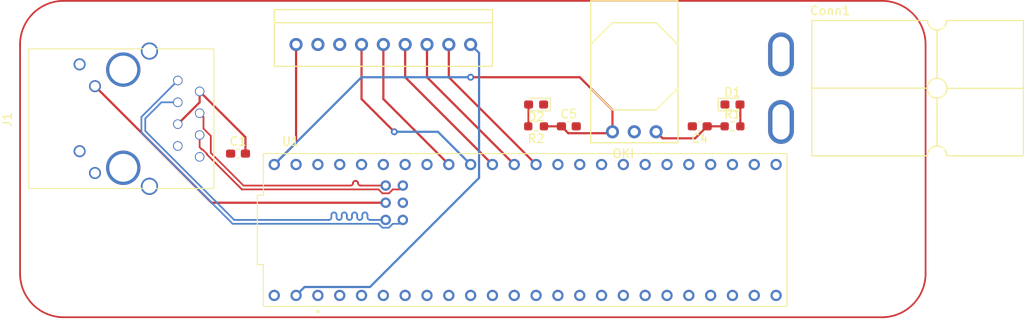
<source format=kicad_pcb>
(kicad_pcb (version 20221018) (generator pcbnew)
  (layers (0 "F.Cu" signal) (31 "B.Cu" signal) (34 "B.Paste" user) (35 "F.Paste" user) (36 "B.SilkS" user "B.Silkscreen") (37 "F.SilkS" user "F.Silkscreen") (38 "B.Mask" user) (39 "F.Mask" user) (44 "Edge.Cuts" user))
  (net 0 "")
  (net 1 "GND")
  (net 2 "Net-(C1-Pad2)")
  (net 3 "+12V")
  (net 4 "+3V3")
  (net 5 "EOS")
  (net 6 "TRG")
  (net 7 "START")
  (net 8 "CLK")
  (net 9 "VIDEO")
  (net 10 "WHITE_LED")
  (net 11 "Net-(D1-A)")
  (net 12 "Net-(D2-A)")
  (net 14 "LED")
  (net 16 "T+")
  (net 17 "T-")
  (net 19 "R+")
  (net 20 "R-")
  (footprint "LED_SMD:LED_0603_1608Metric_Pad1.05x0.95mm_HandSolder" (layer "F.Cu") (at 99.06 93.345 180)
    (fp_text reference "D2" (at 0 -1.43) (layer "F.SilkS"))
    (fp_text value "Green")
    (fp_line (start -1.66 -0.735) (end -1.66 0.735) (stroke (width 0.12)) (layer "F.SilkS"))
    (fp_line (start -1.66 0.735) (end 0.8 0.735) (stroke (width 0.12)) (layer "F.SilkS"))
    (fp_line (start 0.8 -0.735) (end -1.66 -0.735) (stroke (width 0.12)) (layer "F.SilkS"))
    (pad "1" smd roundrect (at -0.875 0 180) (size 1.05 0.95) (layers "F.Cu" "F.Paste" "F.Mask") (net 1 "GND"))
    (pad "2" smd roundrect (at 0.875 0 180) (size 1.05 0.95) (layers "F.Cu" "F.Paste" "F.Mask") (net 12 "Net-(D2-A)"))
  )
  (footprint "MRDT_Connectors:MOLEX_SL_09_Vertical" (layer "F.Cu") (at 71.12 86.36)
    (fp_text reference "Conn2" hide)
    (fp_text value "Molex_SL_09")
    (fp_line (start -2.54 -4.064) (end -2.54 -2.54) (stroke (width 0.15)) (layer "F.SilkS"))
    (fp_line (start -2.54 -2.54) (end 22.86 -2.54) (stroke (width 0.15)) (layer "F.SilkS"))
    (fp_line (start -2.54 2.54) (end -2.54 -2.54) (stroke (width 0.15)) (layer "F.SilkS"))
    (fp_line (start 22.86 -4.064) (end -2.54 -4.064) (stroke (width 0.15)) (layer "F.SilkS"))
    (fp_line (start 22.86 -2.54) (end 22.86 -4.064) (stroke (width 0.15)) (layer "F.SilkS"))
    (fp_line (start 22.86 2.54) (end -2.54 2.54) (stroke (width 0.15)) (layer "F.SilkS"))
    (fp_line (start 22.86 2.54) (end 22.86 -2.54) (stroke (width 0.15)) (layer "F.SilkS"))
    (pad "1" thru_hole circle (at 0 0) (size 1.524 1.524) (drill 0.9) (layers "*.Cu" "*.Mask") (net 4 "+3V3"))
    (pad "2" thru_hole circle (at 2.54 0) (size 1.524 1.524) (drill 0.9) (layers "*.Cu" "*.Mask") (net 1 "GND"))
    (pad "3" thru_hole circle (at 5.08 0) (size 1.524 1.524) (drill 0.9) (layers "*.Cu" "*.Mask") (net 1 "GND"))
    (pad "4" thru_hole circle (at 7.62 0) (size 1.524 1.524) (drill 0.9) (layers "*.Cu" "*.Mask") (net 5 "EOS"))
    (pad "5" thru_hole circle (at 10.16 0) (size 1.524 1.524) (drill 0.9) (layers "*.Cu" "*.Mask") (net 6 "TRG"))
    (pad "6" thru_hole circle (at 12.7 0) (size 1.524 1.524) (drill 0.9) (layers "*.Cu" "*.Mask") (net 7 "START"))
    (pad "7" thru_hole circle (at 15.24 0) (size 1.524 1.524) (drill 0.9) (layers "*.Cu" "*.Mask") (net 8 "CLK"))
    (pad "8" thru_hole circle (at 17.78 0) (size 1.524 1.524) (drill 0.9) (layers "*.Cu" "*.Mask") (net 9 "VIDEO"))
    (pad "9" thru_hole circle (at 20.32 0) (size 1.524 1.524) (drill 0.9) (layers "*.Cu" "*.Mask") (net 10 "WHITE_LED"))
  )
  (footprint "MRDT_Devices:OKI_Horizontal" (layer "F.Cu") (at 113.03 96.52 180)
    (fp_text reference "U3" hide)
    (fp_text value "OKI" (at 3.81 -2.54) (layer "F.SilkS"))
    (fp_line (start -2.54 -1.27) (end 7.62 -1.27) (stroke (width 0.15)) (layer "F.SilkS"))
    (fp_line (start -2.54 5.08) (end 0 2.54) (stroke (width 0.15)) (layer "F.SilkS"))
    (fp_line (start -2.54 10.16) (end -2.54 5.08) (stroke (width 0.15)) (layer "F.SilkS"))
    (fp_line (start -2.54 15.24) (end -2.54 -1.27) (stroke (width 0.15)) (layer "F.SilkS"))
    (fp_line (start -2.54 15.24) (end 7.62 15.24) (stroke (width 0.15)) (layer "F.SilkS"))
    (fp_line (start 0 2.54) (end 5.08 2.54) (stroke (width 0.15)) (layer "F.SilkS"))
    (fp_line (start 0 12.7) (end -2.54 10.16) (stroke (width 0.15)) (layer "F.SilkS"))
    (fp_line (start 5.08 2.54) (end 7.62 5.08) (stroke (width 0.15)) (layer "F.SilkS"))
    (fp_line (start 5.08 12.7) (end 0 12.7) (stroke (width 0.15)) (layer "F.SilkS"))
    (fp_line (start 7.62 -1.27) (end 7.62 15.24) (stroke (width 0.15)) (layer "F.SilkS"))
    (fp_line (start 7.62 5.08) (end 7.62 10.16) (stroke (width 0.15)) (layer "F.SilkS"))
    (fp_line (start 7.62 10.16) (end 5.08 12.7) (stroke (width 0.15)) (layer "F.SilkS"))
    (pad "1" thru_hole circle (at 0 0 180) (size 1.524 1.524) (drill 0.889) (layers "*.Cu" "*.Mask") (net 3 "+12V"))
    (pad "2" thru_hole circle (at 2.54 0 180) (size 1.524 1.524) (drill 0.889) (layers "*.Cu" "*.Mask") (net 1 "GND"))
    (pad "3" thru_hole circle (at 5.08 0 180) (size 1.524 1.524) (drill 0.889) (layers "*.Cu" "*.Mask") (net 4 "+3V3"))
  )
  (footprint "Resistor_SMD:R_0603_1608Metric_Pad0.98x0.95mm_HandSolder" (layer "F.Cu") (at 121.92 95.885)
    (fp_text reference "R1" (at 0 -1.43) (layer "F.SilkS"))
    (fp_text value "1000 Ω")
    (fp_line (start -0.254724 -0.5225) (end 0.254724 -0.5225) (stroke (width 0.12)) (layer "F.SilkS"))
    (fp_line (start -0.254724 0.5225) (end 0.254724 0.5225) (stroke (width 0.12)) (layer "F.SilkS"))
    (pad "1" smd roundrect (at -0.9125 0) (size 0.975 0.95) (layers "F.Cu" "F.Paste" "F.Mask") (net 3 "+12V"))
    (pad "2" smd roundrect (at 0.9125 0) (size 0.975 0.95) (layers "F.Cu" "F.Paste" "F.Mask") (net 11 "Net-(D1-A)"))
  )
  (footprint "LED_SMD:LED_0603_1608Metric_Pad1.05x0.95mm_HandSolder" (layer "F.Cu") (at 121.92 93.345)
    (fp_text reference "D1" (at 0 -1.43) (layer "F.SilkS"))
    (fp_text value "Green")
    (fp_line (start -1.66 -0.735) (end -1.66 0.735) (stroke (width 0.12)) (layer "F.SilkS"))
    (fp_line (start -1.66 0.735) (end 0.8 0.735) (stroke (width 0.12)) (layer "F.SilkS"))
    (fp_line (start 0.8 -0.735) (end -1.66 -0.735) (stroke (width 0.12)) (layer "F.SilkS"))
    (pad "1" smd roundrect (at -0.875 0) (size 1.05 0.95) (layers "F.Cu" "F.Paste" "F.Mask") (net 1 "GND"))
    (pad "2" smd roundrect (at 0.875 0) (size 1.05 0.95) (layers "F.Cu" "F.Paste" "F.Mask") (net 11 "Net-(D1-A)"))
  )
  (footprint "MRDT_Shields:Teensy_4_1_Ethernet" (layer "F.Cu") (at 97.79 107.95)
    (fp_text reference "U1" (at -27.305 -10.295) (layer "F.SilkS"))
    (fp_text value "Teensy4.1_DEV-16771")
    (fp_line (start -31.18 4.03) (end -31.18 -4.03) (stroke (width 0.127)) (layer "F.SilkS"))
    (fp_line (start -30.48 -8.89) (end -30.48 -4.03) (stroke (width 0.127)) (layer "F.SilkS"))
    (fp_line (start -30.48 -8.89) (end 30.48 -8.89) (stroke (width 0.127)) (layer "F.SilkS"))
    (fp_line (start -30.48 -4.03) (end -31.18 -4.03) (stroke (width 0.127)) (layer "F.SilkS"))
    (fp_line (start -30.48 4.03) (end -31.18 4.03) (stroke (width 0.127)) (layer "F.SilkS"))
    (fp_line (start -30.48 8.89) (end -30.48 4.03) (stroke (width 0.127)) (layer "F.SilkS"))
    (fp_line (start 30.48 -8.89) (end 30.48 8.89) (stroke (width 0.127)) (layer "F.SilkS"))
    (fp_line (start 30.48 8.89) (end -30.48 8.89) (stroke (width 0.127)) (layer "F.SilkS"))
    (fp_circle (center -24.13 9.5) (end -24.03 9.5) (stroke (width 0.2)) (fill none) (layer "F.SilkS"))
    (pad "0" thru_hole circle (at -26.67 7.62) (size 1.308 1.308) (drill 0.8) (layers "*.Cu" "*.Mask") (net 10 "WHITE_LED"))
    (pad "1" thru_hole circle (at -24.13 7.62) (size 1.308 1.308) (drill 0.8) (layers "*.Cu" "*.Mask"))
    (pad "2" thru_hole circle (at -21.59 7.62) (size 1.308 1.308) (drill 0.8) (layers "*.Cu" "*.Mask"))
    (pad "3" thru_hole circle (at -19.05 7.62) (size 1.308 1.308) (drill 0.8) (layers "*.Cu" "*.Mask"))
    (pad "3.3V_1" thru_hole circle (at 6.35 7.62) (size 1.308 1.308) (drill 0.8) (layers "*.Cu" "*.Mask"))
    (pad "3.3V_2" thru_hole circle (at -24.13 -7.62) (size 1.308 1.308) (drill 0.8) (layers "*.Cu" "*.Mask"))
    (pad "4" thru_hole circle (at -16.51 7.62) (size 1.308 1.308) (drill 0.8) (layers "*.Cu" "*.Mask"))
    (pad "5" thru_hole circle (at -13.97 7.62) (size 1.308 1.308) (drill 0.8) (layers "*.Cu" "*.Mask"))
    (pad "6" thru_hole circle (at -11.43 7.62) (size 1.308 1.308) (drill 0.8) (layers "*.Cu" "*.Mask"))
    (pad "7" thru_hole circle (at -8.89 7.62) (size 1.308 1.308) (drill 0.8) (layers "*.Cu" "*.Mask"))
    (pad "8" thru_hole circle (at -6.35 7.62) (size 1.308 1.308) (drill 0.8) (layers "*.Cu" "*.Mask"))
    (pad "9" thru_hole circle (at -3.81 7.62) (size 1.308 1.308) (drill 0.8) (layers "*.Cu" "*.Mask"))
    (pad "10" thru_hole circle (at -1.27 7.62) (size 1.308 1.308) (drill 0.8) (layers "*.Cu" "*.Mask"))
    (pad "11" thru_hole circle (at 1.27 7.62) (size 1.308 1.308) (drill 0.8) (layers "*.Cu" "*.Mask"))
    (pad "12" thru_hole circle (at 3.81 7.62) (size 1.308 1.308) (drill 0.8) (layers "*.Cu" "*.Mask"))
    (pad "13" thru_hole circle (at 3.81 -7.62) (size 1.308 1.308) (drill 0.8) (layers "*.Cu" "*.Mask"))
    (pad "14" thru_hole circle (at 1.27 -7.62) (size 1.308 1.308) (drill 0.8) (layers "*.Cu" "*.Mask") (net 9 "VIDEO"))
    (pad "15" thru_hole circle (at -1.27 -7.62) (size 1.308 1.308) (drill 0.8) (layers "*.Cu" "*.Mask") (net 8 "CLK"))
    (pad "16" thru_hole circle (at -3.81 -7.62) (size 1.308 1.308) (drill 0.8) (layers "*.Cu" "*.Mask") (net 7 "START"))
    (pad "17" thru_hole circle (at -6.35 -7.62) (size 1.308 1.308) (drill 0.8) (layers "*.Cu" "*.Mask") (net 5 "EOS"))
    (pad "18" thru_hole circle (at -8.89 -7.62) (size 1.308 1.308) (drill 0.8) (layers "*.Cu" "*.Mask") (net 6 "TRG"))
    (pad "19" thru_hole circle (at -11.43 -7.62) (size 1.308 1.308) (drill 0.8) (layers "*.Cu" "*.Mask"))
    (pad "20" thru_hole circle (at -13.97 -7.62) (size 1.308 1.308) (drill 0.8) (layers "*.Cu" "*.Mask"))
    (pad "21" thru_hole circle (at -16.51 -7.62) (size 1.308 1.308) (drill 0.8) (layers "*.Cu" "*.Mask"))
    (pad "22" thru_hole circle (at -19.05 -7.62) (size 1.308 1.308) (drill 0.8) (layers "*.Cu" "*.Mask"))
    (pad "23" thru_hole circle (at -21.59 -7.62) (size 1.308 1.308) (drill 0.8) (layers "*.Cu" "*.Mask"))
    (pad "24" thru_hole circle (at 8.89 7.62) (size 1.308 1.308) (drill 0.8) (layers "*.Cu" "*.Mask"))
    (pad "25" thru_hole circle (at 11.43 7.62) (size 1.308 1.308) (drill 0.8) (layers "*.Cu" "*.Mask"))
    (pad "26" thru_hole circle (at 13.97 7.62) (size 1.308 1.308) (drill 0.8) (layers "*.Cu" "*.Mask"))
    (pad "27" thru_hole circle (at 16.51 7.62) (size 1.308 1.308) (drill 0.8) (layers "*.Cu" "*.Mask"))
    (pad "28" thru_hole circle (at 19.05 7.62) (size 1.308 1.308) (drill 0.8) (layers "*.Cu" "*.Mask"))
    (pad "29" thru_hole circle (at 21.59 7.62) (size 1.308 1.308) (drill 0.8) (layers "*.Cu" "*.Mask"))
    (pad "30" thru_hole circle (at 24.13 7.62) (size 1.308 1.308) (drill 0.8) (layers "*.Cu" "*.Mask"))
    (pad "31" thru_hole circle (at 26.67 7.62) (size 1.308 1.308) (drill 0.8) (layers "*.Cu" "*.Mask"))
    (pad "32" thru_hole circle (at 29.21 7.62) (size 1.308 1.308) (drill 0.8) (layers "*.Cu" "*.Mask"))
    (pad "33" thru_hole circle (at 29.21 -7.62) (size 1.308 1.308) (drill 0.8) (layers "*.Cu" "*.Mask"))
    (pad "34" thru_hole circle (at 26.67 -7.62) (size 1.308 1.308) (drill 0.8) (layers "*.Cu" "*.Mask"))
    (pad "35" thru_hole circle (at 24.13 -7.62) (size 1.308 1.308) (drill 0.8) (layers "*.Cu" "*.Mask"))
    (pad "36" thru_hole circle (at 21.59 -7.62) (size 1.308 1.308) (drill 0.8) (layers "*.Cu" "*.Mask"))
    (pad "37" thru_hole circle (at 19.05 -7.62) (size 1.308 1.308) (drill 0.8) (layers "*.Cu" "*.Mask"))
    (pad "38" thru_hole circle (at 16.51 -7.62) (size 1.308 1.308) (drill 0.8) (layers "*.Cu" "*.Mask"))
    (pad "39" thru_hole circle (at 13.97 -7.62) (size 1.308 1.308) (drill 0.8) (layers "*.Cu" "*.Mask"))
    (pad "40" thru_hole circle (at 11.43 -7.62) (size 1.308 1.308) (drill 0.8) (layers "*.Cu" "*.Mask"))
    (pad "41" thru_hole circle (at 8.89 -7.62) (size 1.308 1.308) (drill 0.8) (layers "*.Cu" "*.Mask"))
    (pad "GND1" thru_hole circle (at -29.21 7.62) (size 1.308 1.308) (drill 0.8) (layers "*.Cu" "*.Mask") (net 1 "GND"))
    (pad "GND2" thru_hole circle (at 6.35 -7.62) (size 1.308 1.308) (drill 0.8) (layers "*.Cu" "*.Mask") (net 1 "GND"))
    (pad "GND3" thru_hole circle (at -26.67 -7.62) (size 1.308 1.308) (drill 0.8) (layers "*.Cu" "*.Mask") (net 1 "GND"))
    (pad "GND5" thru_hole circle (at -14.24 -3.17) (size 1.208 1.208) (drill 0.7) (layers "*.Cu" "*.Mask") (net 1 "GND"))
    (pad "LED" thru_hole circle (at -16.24 -3.17) (size 1.208 1.208) (drill 0.7) (layers "*.Cu" "*.Mask") (net 14 "LED"))
    (pad "R+" thru_hole circle (at -16.24 -5.17) (size 1.208 1.208) (drill 0.7) (layers "*.Cu" "*.Mask") (net 19 "R+"))
    (pad "R-" thru_hole circle (at -14.24 -5.17) (size 1.208 1.208) (drill 0.7) (layers "*.Cu" "*.Mask") (net 20 "R-"))
    (pad "T+" thru_hole circle (at -14.24 -1.17) (size 1.208 1.208) (drill 0.7) (layers "*.Cu" "*.Mask") (net 16 "T+"))
    (pad "T-" thru_hole circle (at -16.24 -1.17) (size 1.208 1.208) (drill 0.7) (layers "*.Cu" "*.Mask") (net 17 "T-"))
    (pad "VIN" thru_hole circle (at -29.21 -7.62) (size 1.308 1.308) (drill 0.8) (layers "*.Cu" "*.Mask") (net 4 "+3V3"))
  )
  (footprint "Capacitor_SMD:C_0603_1608Metric_Pad1.08x0.95mm_HandSolder" (layer "F.Cu") (at 118.11 95.885 180)
    (fp_text reference "C4" (at 0 -1.43) (layer "F.SilkS"))
    (fp_text value "10 uF")
    (fp_line (start -0.146267 -0.51) (end 0.146267 -0.51) (stroke (width 0.12)) (layer "F.SilkS"))
    (fp_line (start -0.146267 0.51) (end 0.146267 0.51) (stroke (width 0.12)) (layer "F.SilkS"))
    (pad "1" smd roundrect (at -0.8625 0 180) (size 1.075 0.95) (layers "F.Cu" "F.Paste" "F.Mask") (net 3 "+12V"))
    (pad "2" smd roundrect (at 0.8625 0 180) (size 1.075 0.95) (layers "F.Cu" "F.Paste" "F.Mask") (net 1 "GND"))
  )
  (footprint "MRDT_Connectors:Square_Anderson_2_H_Side_By_Side_PV" (layer "F.Cu") (at 127.4482 95.677 180)
    (fp_text reference "Conn1" (at -5.85 13.25) (layer "F.SilkS"))
    (fp_text value "AndersonPP")
    (fp_line (start -28.344 -3.637) (end -28.344 12.111) (stroke (width 0.15)) (layer "F.SilkS"))
    (fp_line (start -28.3186 -3.637) (end -20.5716 -3.637) (stroke (width 0.15)) (layer "F.SilkS"))
    (fp_line (start -28.3186 4.2116) (end -19.4286 4.2116) (stroke (width 0.15)) (layer "F.SilkS"))
    (fp_line (start -20.597 12.111) (end -19.4286 12.111) (stroke (width 0.15)) (layer "F.SilkS"))
    (fp_line (start -20.5716 12.111) (end -28.3186 12.111) (stroke (width 0.15)) (layer "F.SilkS"))
    (fp_line (start -19.4286 -3.637) (end -20.6478 -3.637) (stroke (width 0.15)) (layer "F.SilkS"))
    (fp_line (start -18.2856 -2.494) (end -18.2856 -1.3256) (stroke (width 0.15)) (layer "F.SilkS"))
    (fp_line (start -18.2856 1.951) (end -18.2856 -1.3256) (stroke (width 0.15)) (layer "F.SilkS"))
    (fp_line (start -18.2856 1.951) (end -18.2856 3.094) (stroke (width 0.15)) (layer "F.SilkS"))
    (fp_line (start -18.2856 6.523) (end -18.2856 5.38) (stroke (width 0.15)) (layer "F.SilkS"))
    (fp_line (start -18.2856 6.523) (end -18.2856 9.825) (stroke (width 0.15)) (layer "F.SilkS"))
    (fp_line (start -18.2856 9.7996) (end -18.2856 10.968) (stroke (width 0.15)) (layer "F.SilkS"))
    (fp_line (start -16.025 -3.637) (end -17.1172 -3.637) (stroke (width 0.15)) (layer "F.SilkS"))
    (fp_line (start -15.9996 -3.637) (end -3.706 -3.637) (stroke (width 0.15)) (layer "F.SilkS"))
    (fp_line (start -15.9996 4.237) (end -17.1426 4.237) (stroke (width 0.15)) (layer "F.SilkS"))
    (fp_line (start -15.9996 4.237) (end -3.706 4.237) (stroke (width 0.15)) (layer "F.SilkS"))
    (fp_line (start -15.9996 12.111) (end -3.706 12.111) (stroke (width 0.15)) (layer "F.SilkS"))
    (fp_line (start -15.9742 12.111) (end -17.168 12.111) (stroke (width 0.15)) (layer "F.SilkS"))
    (fp_line (start -3.706 -3.637) (end -3.706 12.111) (stroke (width 0.15)) (layer "F.SilkS"))
    (fp_arc (start -19.4032 12.111) (mid -19.075863 11.320737) (end -18.2856 10.9934) (stroke (width 0.15)) (layer "F.SilkS"))
    (fp_arc (start -18.2856 -2.494) (mid -19.093823 -2.828777) (end -19.4286 -3.637) (stroke (width 0.15)) (layer "F.SilkS"))
    (fp_arc (start -18.2856 10.9934) (mid -17.495337 11.320737) (end -17.168 12.111) (stroke (width 0.15)) (layer "F.SilkS"))
    (fp_arc (start -17.1426 -3.637) (mid -17.477377 -2.828777) (end -18.2856 -2.494) (stroke (width 0.15)) (layer "F.SilkS"))
    (fp_circle (center -18.2856 4.237) (end -18.2856 5.38) (stroke (width 0.15)) (fill none) (layer "F.SilkS"))
    (pad "1" thru_hole oval (at -0.1246 0.3 180) (size 3 5.1) (drill oval 2 4.1) (layers "*.Cu" "*.Mask") (net 1 "GND"))
    (pad "4" thru_hole oval (at -0.1246 8.174 180) (size 3 5.1) (drill oval 2 4.1) (layers "*.Cu" "*.Mask"))
  )
  (footprint "Capacitor_SMD:C_0603_1608Metric_Pad1.08x0.95mm_HandSolder" (layer "F.Cu") (at 64.3625 99.06)
    (fp_text reference "C1" (at 0 -1.43) (layer "F.SilkS"))
    (fp_text value "0.1 uF")
    (fp_line (start -0.146267 -0.51) (end 0.146267 -0.51) (stroke (width 0.12)) (layer "F.SilkS"))
    (fp_line (start -0.146267 0.51) (end 0.146267 0.51) (stroke (width 0.12)) (layer "F.SilkS"))
    (pad "1" smd roundrect (at -0.8625 0) (size 1.075 0.95) (layers "F.Cu" "F.Paste" "F.Mask") (net 1 "GND"))
    (pad "2" smd roundrect (at 0.8625 0) (size 1.075 0.95) (layers "F.Cu" "F.Paste" "F.Mask") (net 2 "Net-(C1-Pad2)"))
  )
  (footprint "Capacitor_SMD:C_0603_1608Metric_Pad1.08x0.95mm_HandSolder" (layer "F.Cu") (at 102.87 95.885)
    (fp_text reference "C5" (at 0 -1.43) (layer "F.SilkS"))
    (fp_text value "10 uF")
    (fp_line (start -0.146267 -0.51) (end 0.146267 -0.51) (stroke (width 0.12)) (layer "F.SilkS"))
    (fp_line (start -0.146267 0.51) (end 0.146267 0.51) (stroke (width 0.12)) (layer "F.SilkS"))
    (pad "1" smd roundrect (at -0.8625 0) (size 1.075 0.95) (layers "F.Cu" "F.Paste" "F.Mask") (net 4 "+3V3"))
    (pad "2" smd roundrect (at 0.8625 0) (size 1.075 0.95) (layers "F.Cu" "F.Paste" "F.Mask") (net 1 "GND"))
  )
  (footprint "MRDT_Connectors:RJ45_Teensy" (layer "F.Cu") (at 38.0025 95.121 -90)
    (fp_text reference "J1" (at 0 0.5 90) (layer "F.SilkS"))
    (fp_text value "RJ45_LED_Shielded")
    (fp_line (start -8.25 -23.55) (end 8 -23.55) (stroke (width 0.12)) (layer "F.SilkS"))
    (fp_line (start -8.25 -2) (end -8.25 -23.55) (stroke (width 0.12)) (layer "F.SilkS"))
    (fp_line (start -8.25 -2) (end 8 -2) (stroke (width 0.12)) (layer "F.SilkS"))
    (fp_line (start 8 -2) (end 8 -23.55) (stroke (width 0.12)) (layer "F.SilkS"))
    (pad "1" thru_hole circle (at -4.57 -19.35 270) (size 1.1 1.1) (drill 0.9) (layers "*.Cu" "*.Mask") (net 16 "T+"))
    (pad "2" thru_hole circle (at -3.3 -21.89 270) (size 1.1 1.1) (drill 0.9) (layers "*.Cu" "*.Mask") (net 2 "Net-(C1-Pad2)"))
    (pad "3" thru_hole circle (at -2.03 -19.35 270) (size 1.1 1.1) (drill 0.9) (layers "*.Cu" "*.Mask") (net 17 "T-"))
    (pad "4" thru_hole circle (at -0.76 -21.89 270) (size 1.1 1.1) (drill 0.9) (layers "*.Cu" "*.Mask") (net 19 "R+"))
    (pad "5" thru_hole circle (at 0.51 -19.35 270) (size 1.1 1.1) (drill 0.9) (layers "*.Cu" "*.Mask") (net 2 "Net-(C1-Pad2)"))
    (pad "6" thru_hole circle (at 1.78 -21.89 270) (size 1.1 1.1) (drill 0.9) (layers "*.Cu" "*.Mask") (net 20 "R-"))
    (pad "7" thru_hole circle (at 3.05 -19.35 270) (size 1.1 1.1) (drill 0.9) (layers "*.Cu" "*.Mask"))
    (pad "8" thru_hole circle (at 4.32 -21.89 270) (size 1.1 1.1) (drill 0.9) (layers "*.Cu" "*.Mask") (net 1 "GND"))
    (pad "9" thru_hole circle (at -6.45 -7.92 270) (size 1.4 1.4) (drill 1.02) (layers "*.Cu" "*.Mask") (net 1 "GND"))
    (pad "10" thru_hole circle (at -3.91 -9.71 270) (size 1.4 1.4) (drill 1.02) (layers "*.Cu" "*.Mask") (net 14 "LED"))
    (pad "11" thru_hole circle (at 3.66 -7.92 270) (size 1.4 1.4) (drill 1.02) (layers "*.Cu" "*.Mask"))
    (pad "12" thru_hole circle (at 6.2 -9.71 270) (size 1.4 1.4) (drill 1.02) (layers "*.Cu" "*.Mask"))
    (pad "13" thru_hole circle (at -5.84 -13 270) (size 4 4) (drill 3.25) (layers "*.Cu" "*.Mask"))
    (pad "14" thru_hole circle (at 5.59 -13 270) (size 4 4) (drill 3.25) (layers "*.Cu" "*.Mask"))
    (pad "SH" thru_hole circle (at -8 -16.05 270) (size 2 2) (drill 1.6) (layers "*.Cu" "*.Mask") (net 1 "GND"))
    (pad "SH" thru_hole circle (at 7.75 -16.05 270) (size 2 2) (drill 1.6) (layers "*.Cu" "*.Mask") (net 1 "GND"))
  )
  (footprint "Resistor_SMD:R_0603_1608Metric_Pad0.98x0.95mm_HandSolder" (layer "F.Cu") (at 99.06 95.885 180)
    (fp_text reference "R2" (at 0 -1.43) (layer "F.SilkS"))
    (fp_text value "100 Ω")
    (fp_line (start -0.254724 -0.5225) (end 0.254724 -0.5225) (stroke (width 0.12)) (layer "F.SilkS"))
    (fp_line (start -0.254724 0.5225) (end 0.254724 0.5225) (stroke (width 0.12)) (layer "F.SilkS"))
    (pad "1" smd roundrect (at -0.9125 0 180) (size 0.975 0.95) (layers "F.Cu" "F.Paste" "F.Mask") (net 4 "+3V3"))
    (pad "2" smd roundrect (at 0.9125 0 180) (size 0.975 0.95) (layers "F.Cu" "F.Paste" "F.Mask") (net 12 "Net-(D2-A)"))
  )
  (gr_arc (start 38.989 86.36) (mid 40.476898 82.767898) (end 44.069 81.28) (stroke (width 0.2)) (layer "F.Cu"))
  (gr_line (start 144.399 86.36) (end 144.399 113.03) (stroke (width 0.2)) (layer "F.Cu"))
  (gr_line (start 38.989 86.36) (end 38.989 113.03) (stroke (width 0.2)) (layer "F.Cu"))
  (gr_line (start 44.069 81.28) (end 139.319 81.28) (stroke (width 0.2)) (layer "F.Cu"))
  (gr_arc (start 44.069 118.11) (mid 40.476898 116.622102) (end 38.989 113.03) (stroke (width 0.2)) (layer "F.Cu"))
  (gr_line (start 44.069 118.11) (end 139.319 118.11) (stroke (width 0.2)) (layer "F.Cu"))
  (gr_arc (start 139.319 81.28) (mid 142.911102 82.767898) (end 144.399 86.36) (stroke (width 0.2)) (layer "F.Cu"))
  (gr_arc (start 144.399 113.03) (mid 142.911102 116.622102) (end 139.319 118.11) (stroke (width 0.2)) (layer "F.Cu"))
  (segment (start 59.8925 93.091) (end 57.3525 95.631) (width 0.254) (layer "F.Cu") (net 2))
  (segment (start 65.225 97.1535) (end 59.8925 91.821) (width 0.254) (layer "F.Cu") (net 2))
  (segment (start 59.8925 91.821) (end 59.8925 93.091) (width 0.254) (layer "F.Cu") (net 2))
  (segment (start 65.225 99.06) (end 65.225 97.1535) (width 0.254) (layer "F.Cu") (net 2))
  (segment (start 117.575501 97.281999) (end 118.9725 95.885) (width 0.254) (layer "F.Cu") (net 3))
  (segment (start 113.791999 97.281999) (end 117.575501 97.281999) (width 0.254) (layer "F.Cu") (net 3))
  (segment (start 118.9725 95.885) (end 121.0075 95.885) (width 0.254) (layer "F.Cu") (net 3))
  (segment (start 113.03 96.52) (end 113.791999 97.281999) (width 0.254) (layer "F.Cu") (net 3))
  (segment (start 104.14 90.17) (end 91.44 90.17) (width 0.254) (layer "F.Cu") (net 4))
  (segment (start 107.95 96.52) (end 107.95 93.98) (width 0.254) (layer "F.Cu") (net 4))
  (segment (start 102.0075 95.885) (end 99.9725 95.885) (width 0.254) (layer "F.Cu") (net 4))
  (segment (start 71.12 97.79) (end 68.58 100.33) (width 0.254) (layer "F.Cu") (net 4))
  (segment (start 102.0075 95.885) (end 102.8095 96.687) (width 0.254) (layer "F.Cu") (net 4))
  (segment (start 107.95 96.52) (end 107.783 96.687) (width 0.254) (layer "F.Cu") (net 4))
  (segment (start 102.8095 96.687) (end 107.783 96.687) (width 0.254) (layer "F.Cu") (net 4))
  (segment (start 71.12 86.36) (end 71.12 97.79) (width 0.254) (layer "F.Cu") (net 4))
  (segment (start 107.95 93.98) (end 104.14 90.17) (width 0.254) (layer "F.Cu") (net 4))
  (via (at 91.44 90.17) (size 0.8) (drill 0.4) (layers "F.Cu" "B.Cu") (net 4))
  (segment (start 91.44 90.17) (end 78.74 90.17) (width 0.254) (layer "B.Cu") (net 4))
  (segment (start 78.74 90.17) (end 68.58 100.33) (width 0.254) (layer "B.Cu") (net 4))
  (segment (start 78.74 92.71) (end 82.55 96.52) (width 0.254) (layer "F.Cu") (net 5))
  (segment (start 78.74 86.36) (end 78.74 92.71) (width 0.254) (layer "F.Cu") (net 5))
  (via (at 82.55 96.52) (size 0.8) (drill 0.4) (layers "F.Cu" "B.Cu") (net 5))
  (segment (start 87.63 96.52) (end 91.44 100.33) (width 0.254) (layer "B.Cu") (net 5))
  (segment (start 82.55 96.52) (end 87.63 96.52) (width 0.254) (layer "B.Cu") (net 5))
  (segment (start 81.28 92.71) (end 88.9 100.33) (width 0.254) (layer "F.Cu") (net 6))
  (segment (start 81.28 86.36) (end 81.28 92.71) (width 0.254) (layer "F.Cu") (net 6))
  (segment (start 83.82 90.17) (end 93.98 100.33) (width 0.254) (layer "F.Cu") (net 7))
  (segment (start 83.82 86.36) (end 83.82 90.17) (width 0.254) (layer "F.Cu") (net 7))
  (segment (start 86.36 90.17) (end 96.52 100.33) (width 0.254) (layer "F.Cu") (net 8))
  (segment (start 86.36 86.36) (end 86.36 90.17) (width 0.254) (layer "F.Cu") (net 8))
  (segment (start 88.9 90.17) (end 99.06 100.33) (width 0.254) (layer "F.Cu") (net 9))
  (segment (start 88.9 86.36) (end 88.9 90.17) (width 0.254) (layer "F.Cu") (net 9))
  (segment (start 92.421 101.889) (end 79.721 114.589) (width 0.254) (layer "B.Cu") (net 10))
  (segment (start 91.44 86.36) (end 92.421 87.341) (width 0.254) (layer "B.Cu") (net 10))
  (segment (start 72.101 114.589) (end 71.12 115.57) (width 0.254) (layer "B.Cu") (net 10))
  (segment (start 92.421 87.341) (end 92.421 101.889) (width 0.254) (layer "B.Cu") (net 10))
  (segment (start 79.721 114.589) (end 72.101 114.589) (width 0.254) (layer "B.Cu") (net 10))
  (segment (start 122.8325 93.3825) (end 122.795 93.345) (width 0.254) (layer "F.Cu") (net 11))
  (segment (start 122.8325 95.885) (end 122.8325 93.3825) (width 0.254) (layer "F.Cu") (net 11))
  (segment (start 98.185 95.8475) (end 98.1475 95.885) (width 0.254) (layer "F.Cu") (net 12))
  (segment (start 98.185 93.345) (end 98.185 95.8475) (width 0.254) (layer "F.Cu") (net 12))
  (segment (start 47.7125 91.211) (end 61.2815 104.78) (width 0.254) (layer "F.Cu") (net 14))
  (segment (start 61.2815 104.78) (end 81.55 104.78) (width 0.254) (layer "F.Cu") (net 14))
  (segment (start 82.37845 107.23) (end 81.92445 107.684) (width 0.2) (layer "B.Cu") (net 16))
  (segment (start 81.92445 107.684) (end 81.17555 107.684) (width 0.2) (layer "B.Cu") (net 16))
  (segment (start 63.7318 107.23) (end 53.115 96.6132) (width 0.2) (layer "B.Cu") (net 16))
  (segment (start 53.115 96.6132) (end 53.115 94.7885) (width 0.2) (layer "B.Cu") (net 16))
  (segment (start 83.1 107.23) (end 82.37845 107.23) (width 0.2) (layer "B.Cu") (net 16))
  (segment (start 83.55 106.78) (end 83.1 107.23) (width 0.2) (layer "B.Cu") (net 16))
  (segment (start 80.72155 107.23) (end 63.7318 107.23) (width 0.2) (layer "B.Cu") (net 16))
  (segment (start 81.17555 107.684) (end 80.72155 107.23) (width 0.2) (layer "B.Cu") (net 16))
  (segment (start 53.115 94.7885) (end 57.3525 90.551) (width 0.2) (layer "B.Cu") (net 16))
  (segment (start 57.3525 93.091) (end 55.448897 93.091) (width 0.2) (layer "B.Cu") (net 17))
  (segment (start 75.83 106.207553) (end 75.83 106.48) (width 0.2) (layer "B.Cu") (net 17))
  (segment (start 80.021578 106.78) (end 81.55 106.78) (width 0.2) (layer "B.Cu") (net 17))
  (segment (start 55.448897 93.091) (end 53.565 94.974897) (width 0.2) (layer "B.Cu") (net 17))
  (segment (start 76.43 106.48) (end 76.43 106.20755) (width 0.2) (layer "B.Cu") (net 17))
  (segment (start 79.43 106.207553) (end 79.43 106.48) (width 0.2) (layer "B.Cu") (net 17))
  (segment (start 63.9182 106.78) (end 74.93 106.78) (width 0.2) (layer "B.Cu") (net 17))
  (segment (start 79.73 106.78) (end 80.021578 106.78) (width 0.2) (layer "B.Cu") (net 17))
  (segment (start 53.565 96.4268) (end 63.9182 106.78) (width 0.2) (layer "B.Cu") (net 17))
  (segment (start 53.565 94.974897) (end 53.565 96.4268) (width 0.2) (layer "B.Cu") (net 17))
  (segment (start 77.63 106.48) (end 77.63 106.207547) (width 0.2) (layer "B.Cu") (net 17))
  (segment (start 78.23 106.207547) (end 78.23 106.48) (width 0.2) (layer "B.Cu") (net 17))
  (segment (start 75.23 106.48) (end 75.23 106.207553) (width 0.2) (layer "B.Cu") (net 17))
  (segment (start 78.83 106.48) (end 78.83 106.207553) (width 0.2) (layer "B.Cu") (net 17))
  (segment (start 77.03 106.20755) (end 77.03 106.48) (width 0.2) (layer "B.Cu") (net 17))
  (arc (start 74.93 106.78) (mid 75.142132 106.692132) (end 75.23 106.48) (width 0.2) (layer "B.Cu") (net 17))
  (arc (start 76.13 106.78) (mid 76.342132 106.692132) (end 76.43 106.48) (width 0.2) (layer "B.Cu") (net 17))
  (arc (start 76.43 106.20755) (mid 76.517868 105.995418) (end 76.73 105.90755) (width 0.2) (layer "B.Cu") (net 17))
  (arc (start 77.33 106.78) (mid 77.542132 106.692132) (end 77.63 106.48) (width 0.2) (layer "B.Cu") (net 17))
  (arc (start 77.93 105.907547) (mid 78.142132 105.995415) (end 78.23 106.207547) (width 0.2) (layer "B.Cu") (net 17))
  (arc (start 78.53 106.78) (mid 78.742132 106.692132) (end 78.83 106.48) (width 0.2) (layer "B.Cu") (net 17))
  (arc (start 75.23 106.207553) (mid 75.317868 105.995421) (end 75.53 105.907553) (width 0.2) (layer "B.Cu") (net 17))
  (arc (start 77.03 106.48) (mid 77.117868 106.692132) (end 77.33 106.78) (width 0.2) (layer "B.Cu") (net 17))
  (arc (start 79.13 105.907553) (mid 79.342132 105.995421) (end 79.43 106.207553) (width 0.2) (layer "B.Cu") (net 17))
  (arc (start 75.83 106.48) (mid 75.917868 106.692132) (end 76.13 106.78) (width 0.2) (layer "B.Cu") (net 17))
  (arc (start 78.23 106.48) (mid 78.317868 106.692132) (end 78.53 106.78) (width 0.2) (layer "B.Cu") (net 17))
  (arc (start 76.73 105.90755) (mid 76.942132 105.995418) (end 77.03 106.20755) (width 0.2) (layer "B.Cu") (net 17))
  (arc (start 78.83 106.207553) (mid 78.917868 105.995421) (end 79.13 105.907553) (width 0.2) (layer "B.Cu") (net 17))
  (arc (start 77.63 106.207547) (mid 77.717868 105.995415) (end 77.93 105.907547) (width 0.2) (layer "B.Cu") (net 17))
  (arc (start 75.53 105.907553) (mid 75.742132 105.995421) (end 75.83 106.207553) (width 0.2) (layer "B.Cu") (net 17))
  (arc (start 79.43 106.48) (mid 79.517868 106.692132) (end 79.73 106.78) (width 0.2) (layer "B.Cu") (net 17))
  (segment (start 78.67 102.78) (end 81.55 102.78) (width 0.2) (layer "F.Cu") (net 19))
  (segment (start 78.343175 102.506824) (end 78.343175 102.506825) (width 0.2) (layer "F.Cu") (net 19))
  (segment (start 61.19248 96.998898) (end 61.19248 98.97428) (width 0.2) (layer "F.Cu") (net 19))
  (segment (start 60.3425 94.811) (end 60.3425 96.148918) (width 0.2) (layer "F.Cu") (net 19))
  (segment (start 78.01635 102.233649) (end 78.07 102.233649) (width 0.2) (layer "F.Cu") (net 19))
  (segment (start 77.743175 102.506825) (end 77.743175 102.506824) (width 0.2) (layer "F.Cu") (net 19))
  (segment (start 59.8925 94.361) (end 60.3425 94.811) (width 0.2) (layer "F.Cu") (net 19))
  (segment (start 61.19248 98.97428) (end 64.9982 102.78) (width 0.2) (layer "F.Cu") (net 19))
  (segment (start 78.61635 102.78) (end 78.67 102.78) (width 0.2) (layer "F.Cu") (net 19))
  (segment (start 60.3425 96.148918) (end 61.19248 96.998898) (width 0.2) (layer "F.Cu") (net 19))
  (segment (start 64.9982 102.78) (end 77.47 102.78) (width 0.2) (layer "F.Cu") (net 19))
  (arc (start 78.343175 102.506825) (mid 78.423186 102.699989) (end 78.61635 102.78) (width 0.2) (layer "F.Cu") (net 19))
  (arc (start 78.07 102.233649) (mid 78.263164 102.31366) (end 78.343175 102.506824) (width 0.2) (layer "F.Cu") (net 19))
  (arc (start 77.47 102.78) (mid 77.663164 102.699989) (end 77.743175 102.506825) (width 0.2) (layer "F.Cu") (net 19))
  (arc (start 77.743175 102.506824) (mid 77.823186 102.31366) (end 78.01635 102.233649) (width 0.2) (layer "F.Cu") (net 19))
  (segment (start 59.8925 98.3107) (end 60.1728 98.591) (width 0.2) (layer "F.Cu") (net 20))
  (segment (start 59.8925 96.901) (end 59.8925 98.3107) (width 0.2) (layer "F.Cu") (net 20))
  (segment (start 80.72155 103.23) (end 81.17555 103.684) (width 0.2) (layer "F.Cu") (net 20))
  (segment (start 83.1 103.23) (end 83.55 102.78) (width 0.2) (layer "F.Cu") (net 20))
  (segment (start 81.92445 103.684) (end 82.37845 103.23) (width 0.2) (layer "F.Cu") (net 20))
  (segment (start 81.17555 103.684) (end 81.92445 103.684) (width 0.2) (layer "F.Cu") (net 20))
  (segment (start 60.244582 98.591) (end 60.7425 99.088918) (width 0.2) (layer "F.Cu") (net 20))
  (segment (start 60.7425 99.088918) (end 60.7425 99.1607) (width 0.2) (layer "F.Cu") (net 20))
  (segment (start 64.8118 103.23) (end 80.72155 103.23) (width 0.2) (layer "F.Cu") (net 20))
  (segment (start 60.7425 99.1607) (end 64.8118 103.23) (width 0.2) (layer "F.Cu") (net 20))
  (segment (start 82.37845 103.23) (end 83.1 103.23) (width 0.2) (layer "F.Cu") (net 20))
  (segment (start 60.1728 98.591) (end 60.244582 98.591) (width 0.2) (layer "F.Cu") (net 20))
)
</source>
